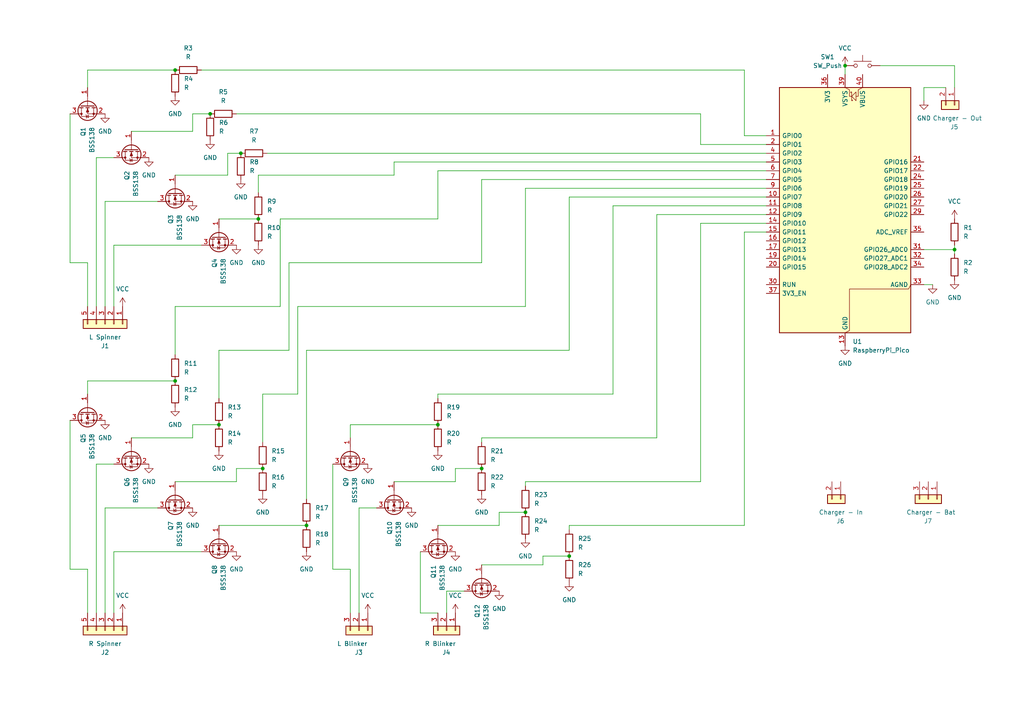
<source format=kicad_sch>
(kicad_sch (version 20230121) (generator eeschema)
  (paper "A4")
  (lib_symbols
    (symbol "Connector_Generic:Conn_01x02" (pin_names (offset 1.016) hide)
      (property "Reference" "J" (at 0 2.54 0))
      (property "Value" "Conn_01x02" (at 0 -5.08 0))
      (symbol "Conn_01x02_1_1"
        (rectangle (start -1.27 -2.413) (end 0 -2.667) (stroke (width 0.1524)))
        (rectangle (start -1.27 0.127) (end 0 -0.127) (stroke (width 0.1524)))
        (rectangle (start -1.27 1.27) (end 1.27 -3.81) (stroke (width 0.254)) (fill (type background)))
        (pin passive line (at -5.08 0 0) (length 3.81) (name "Pin_1") (number "1"))
        (pin passive line (at -5.08 -2.54 0) (length 3.81) (name "Pin_2") (number "2"))
      )
    )
    (symbol "Connector_Generic:Conn_01x03" (pin_names (offset 1.016) hide)
      (property "Reference" "J" (at 0 5.08 0))
      (property "Value" "Conn_01x03" (at 0 -5.08 0))
      (symbol "Conn_01x03_1_1"
        (rectangle (start -1.27 -2.413) (end 0 -2.667) (stroke (width 0.1524)))
        (rectangle (start -1.27 0.127) (end 0 -0.127) (stroke (width 0.1524)))
        (rectangle (start -1.27 2.667) (end 0 2.413) (stroke (width 0.1524)))
        (rectangle (start -1.27 3.81) (end 1.27 -3.81) (stroke (width 0.254)) (fill (type background)))
        (pin passive line (at -5.08 2.54 0) (length 3.81) (name "Pin_1") (number "1"))
        (pin passive line (at -5.08 0 0) (length 3.81) (name "Pin_2") (number "2"))
        (pin passive line (at -5.08 -2.54 0) (length 3.81) (name "Pin_3") (number "3"))
      )
    )
    (symbol "Connector_Generic:Conn_01x05" (pin_names (offset 1.016) hide)
      (property "Reference" "J" (at 0 7.62 0))
      (property "Value" "Conn_01x05" (at 0 -7.62 0))
      (symbol "Conn_01x05_1_1"
        (rectangle (start -1.27 -4.953) (end 0 -5.207) (stroke (width 0.1524)))
        (rectangle (start -1.27 -2.413) (end 0 -2.667) (stroke (width 0.1524)))
        (rectangle (start -1.27 0.127) (end 0 -0.127) (stroke (width 0.1524)))
        (rectangle (start -1.27 2.667) (end 0 2.413) (stroke (width 0.1524)))
        (rectangle (start -1.27 5.207) (end 0 4.953) (stroke (width 0.1524)))
        (rectangle (start -1.27 6.35) (end 1.27 -6.35) (stroke (width 0.254)) (fill (type background)))
        (pin passive line (at -5.08 5.08 0) (length 3.81) (name "Pin_1") (number "1"))
        (pin passive line (at -5.08 2.54 0) (length 3.81) (name "Pin_2") (number "2"))
        (pin passive line (at -5.08 0 0) (length 3.81) (name "Pin_3") (number "3"))
        (pin passive line (at -5.08 -2.54 0) (length 3.81) (name "Pin_4") (number "4"))
        (pin passive line (at -5.08 -5.08 0) (length 3.81) (name "Pin_5") (number "5"))
      )
    )
    (symbol "Device:R" (pin_numbers hide) (pin_names (offset 0))
      (property "Reference" "R" (at 2.032 0 90))
      (property "Value" "R" (at 0 0 90))
      (symbol "R_0_1"
        (rectangle (start -1.016 -2.54) (end 1.016 2.54) (stroke (width 0.254)))
      )
      (symbol "R_1_1"
        (pin passive line (at 0 3.81 270) (length 1.27) (name "~") (number "1"))
        (pin passive line (at 0 -3.81 90) (length 1.27) (name "~") (number "2"))
      )
    )
    (symbol "MCU_Module_RaspberryPi_Pico:RaspberryPi_Pico" (pin_names (offset 0.762))
      (property "Reference" "U" (at -19.05 38.1 0))
      (property "Value" "RaspberryPi_Pico" (at 7.62 38.1 0))
      (symbol "RaspberryPi_Pico_0_1"
        (rectangle (start -19.05 36.83) (end 19.05 -34.29) (stroke (width 0.254)) (fill (type background)))
        (polyline (pts (xy 0 36.83) (xy 1.27 36.195) (xy 1.27 34.29) (xy 1.905 34.29)))
        (polyline (pts (xy 1.905 34.29) (xy 3.175 35.56) (xy 3.175 33.02) (xy 1.905 34.29)))
        (polyline (pts (xy 5.08 36.83) (xy 3.81 36.195) (xy 3.81 34.29) (xy 3.175 34.29)))
        (polyline (pts (xy 0 -34.29) (xy 1.27 -33.655) (xy 1.27 -21.59) (xy 18.415 -21.59) (xy 19.05 -20.32)))
        (polyline (pts (xy 1.651 35.306) (xy 1.651 35.56) (xy 1.905 35.56) (xy 1.905 33.02) (xy 2.159 33.02) (xy 2.159 33.274)))
      )
      (symbol "RaspberryPi_Pico_1_1"
        (pin bidirectional line (at -22.86 22.86 0) (length 3.81) (name "GPIO0") (number "1"))
        (pin bidirectional line (at -22.86 5.08 0) (length 3.81) (name "GPIO7") (number "10"))
        (pin bidirectional line (at -22.86 2.54 0) (length 3.81) (name "GPIO8") (number "11"))
        (pin bidirectional line (at -22.86 0 0) (length 3.81) (name "GPIO9") (number "12"))
        (pin power_out line (at 0 -38.1 90) (length 3.81) (name "GND") (number "13"))
        (pin bidirectional line (at -22.86 -2.54 0) (length 3.81) (name "GPIO10") (number "14"))
        (pin bidirectional line (at -22.86 -5.08 0) (length 3.81) (name "GPIO11") (number "15"))
        (pin bidirectional line (at -22.86 -7.62 0) (length 3.81) (name "GPIO12") (number "16"))
        (pin bidirectional line (at -22.86 -10.16 0) (length 3.81) (name "GPIO13") (number "17"))
        (pin passive line (at 0 -38.1 90) (length 3.81) hide (name "GND") (number "18"))
        (pin bidirectional line (at -22.86 -12.7 0) (length 3.81) (name "GPIO14") (number "19"))
        (pin bidirectional line (at -22.86 20.32 0) (length 3.81) (name "GPIO1") (number "2"))
        (pin bidirectional line (at -22.86 -15.24 0) (length 3.81) (name "GPIO15") (number "20"))
        (pin bidirectional line (at 22.86 15.24 180) (length 3.81) (name "GPIO16") (number "21"))
        (pin bidirectional line (at 22.86 12.7 180) (length 3.81) (name "GPIO17") (number "22"))
        (pin passive line (at 0 -38.1 90) (length 3.81) hide (name "GND") (number "23"))
        (pin bidirectional line (at 22.86 10.16 180) (length 3.81) (name "GPIO18") (number "24"))
        (pin bidirectional line (at 22.86 7.62 180) (length 3.81) (name "GPIO19") (number "25"))
        (pin bidirectional line (at 22.86 5.08 180) (length 3.81) (name "GPIO20") (number "26"))
        (pin bidirectional line (at 22.86 2.54 180) (length 3.81) (name "GPIO21") (number "27"))
        (pin passive line (at 0 -38.1 90) (length 3.81) hide (name "GND") (number "28"))
        (pin bidirectional line (at 22.86 0 180) (length 3.81) (name "GPIO22") (number "29"))
        (pin passive line (at 0 -38.1 90) (length 3.81) hide (name "GND") (number "3"))
        (pin input line (at -22.86 -20.32 0) (length 3.81) (name "RUN") (number "30"))
        (pin bidirectional line (at 22.86 -10.16 180) (length 3.81) (name "GPIO26_ADC0") (number "31"))
        (pin bidirectional line (at 22.86 -12.7 180) (length 3.81) (name "GPIO27_ADC1") (number "32"))
        (pin power_in line (at 22.86 -20.32 180) (length 3.81) (name "AGND") (number "33"))
        (pin bidirectional line (at 22.86 -15.24 180) (length 3.81) (name "GPIO28_ADC2") (number "34"))
        (pin power_in line (at 22.86 -5.08 180) (length 3.81) (name "ADC_VREF") (number "35"))
        (pin power_out line (at -5.08 40.64 270) (length 3.81) (name "3V3") (number "36"))
        (pin input line (at -22.86 -22.86 0) (length 3.81) (name "3V3_EN") (number "37"))
        (pin passive line (at 0 -38.1 90) (length 3.81) hide (name "GND") (number "38"))
        (pin power_in line (at 0 40.64 270) (length 3.81) (name "VSYS") (number "39"))
        (pin bidirectional line (at -22.86 17.78 0) (length 3.81) (name "GPIO2") (number "4"))
        (pin power_out line (at 5.08 40.64 270) (length 3.81) (name "VBUS") (number "40"))
        (pin bidirectional line (at -22.86 15.24 0) (length 3.81) (name "GPIO3") (number "5"))
        (pin bidirectional line (at -22.86 12.7 0) (length 3.81) (name "GPIO4") (number "6"))
        (pin bidirectional line (at -22.86 10.16 0) (length 3.81) (name "GPIO5") (number "7"))
        (pin passive line (at 0 -38.1 90) (length 3.81) hide (name "GND") (number "8"))
        (pin bidirectional line (at -22.86 7.62 0) (length 3.81) (name "GPIO6") (number "9"))
      )
    )
    (symbol "Switch:SW_Push" (pin_numbers hide) (pin_names (offset 1.016) hide)
      (property "Reference" "SW" (at 1.27 2.54 0))
      (property "Value" "SW_Push" (at 0 -1.524 0))
      (symbol "SW_Push_0_1"
        (circle (center -2.032 0) (radius 0.508))
        (polyline (pts (xy 0 1.27) (xy 0 3.048)))
        (polyline (pts (xy 2.54 1.27) (xy -2.54 1.27)))
        (circle (center 2.032 0) (radius 0.508))
        (pin passive line (at -5.08 0 0) (length 2.54) (name "1") (number "1"))
        (pin passive line (at 5.08 0 180) (length 2.54) (name "2") (number "2"))
      )
    )
    (symbol "Transistor_FET:BSS138" (pin_names hide)
      (property "Reference" "Q" (at 5.08 1.905 0))
      (property "Value" "BSS138" (at 5.08 0 0))
      (symbol "BSS138_0_1"
        (polyline (pts (xy 0.254 0) (xy -2.54 0)))
        (polyline (pts (xy 0.254 1.905) (xy 0.254 -1.905)) (stroke (width 0.254)))
        (polyline (pts (xy 0.762 -1.27) (xy 0.762 -2.286)) (stroke (width 0.254)))
        (polyline (pts (xy 0.762 0.508) (xy 0.762 -0.508)) (stroke (width 0.254)))
        (polyline (pts (xy 0.762 2.286) (xy 0.762 1.27)) (stroke (width 0.254)))
        (polyline (pts (xy 2.54 2.54) (xy 2.54 1.778)))
        (polyline (pts (xy 2.54 -2.54) (xy 2.54 0) (xy 0.762 0)))
        (polyline (pts (xy 0.762 -1.778) (xy 3.302 -1.778) (xy 3.302 1.778) (xy 0.762 1.778)))
        (polyline (pts (xy 1.016 0) (xy 2.032 0.381) (xy 2.032 -0.381) (xy 1.016 0)) (fill (type outline)))
        (polyline (pts (xy 2.794 0.508) (xy 2.921 0.381) (xy 3.683 0.381) (xy 3.81 0.254)))
        (polyline (pts (xy 3.302 0.381) (xy 2.921 -0.254) (xy 3.683 -0.254) (xy 3.302 0.381)))
        (circle (center 1.651 0) (radius 2.794) (stroke (width 0.254)))
        (circle (center 2.54 -1.778) (radius 0.254) (fill (type outline)))
        (circle (center 2.54 1.778) (radius 0.254) (fill (type outline)))
      )
      (symbol "BSS138_1_1"
        (pin input line (at -5.08 0 0) (length 2.54) (name "G") (number "1"))
        (pin passive line (at 2.54 -5.08 90) (length 2.54) (name "S") (number "2"))
        (pin passive line (at 2.54 5.08 270) (length 2.54) (name "D") (number "3"))
      )
    )
    (symbol "power:GND" (power) (pin_names (offset 0))
      (property "Value" "GND" (at 0 -3.81 0))
      (symbol "GND_0_1"
        (polyline (pts (xy 0 0) (xy 0 -1.27) (xy 1.27 -1.27) (xy 0 -2.54) (xy -1.27 -1.27) (xy 0 -1.27)))
      )
      (symbol "GND_1_1"
        (pin power_in line (at 0 0 270) (length 0) hide (name "GND") (number "1"))
      )
    )
    (symbol "power:VCC" (power) (pin_names (offset 0))
      (property "Value" "VCC" (at 0 3.81 0))
      (symbol "VCC_0_1"
        (polyline (pts (xy -0.762 1.27) (xy 0 2.54)))
        (polyline (pts (xy 0 0) (xy 0 2.54)))
        (polyline (pts (xy 0 2.54) (xy 0.762 1.27)))
      )
      (symbol "VCC_1_1"
        (pin power_in line (at 0 0 90) (length 0) hide (name "VCC") (number "1"))
      )
    )
  )
  (junction (at 88.9 152.4))
  (junction (at 276.86 72.39))
  (junction (at 245.11 19.05))
  (junction (at 165.1 161.29))
  (junction (at 60.96 33.02))
  (junction (at 69.85 44.45))
  (junction (at 127 123.19))
  (junction (at 139.7 135.89))
  (junction (at 74.93 63.5))
  (junction (at 76.2 135.89))
  (junction (at 152.4 148.59))
  (junction (at 50.8 110.49))
  (junction (at 63.5 123.19))
  (junction (at 50.8 20.32))
  (wire (pts (xy 63.5 152.4) (xy 88.9 152.4)))
  (wire (pts (xy 139.7 52.07) (xy 222.25 52.07)))
  (wire (pts (xy 33.02 71.12) (xy 33.02 88.9)))
  (wire (pts (xy 81.28 63.5) (xy 127 63.5)))
  (wire (pts (xy 144.78 148.59) (xy 144.78 152.4)))
  (wire (pts (xy 88.9 101.6) (xy 88.9 144.78)))
  (wire (pts (xy 77.47 44.45) (xy 222.25 44.45)))
  (wire (pts (xy 69.85 44.45) (xy 66.04 44.45)))
  (wire (pts (xy 86.36 114.3) (xy 76.2 114.3)))
  (wire (pts (xy 276.86 25.4) (xy 276.86 19.05)))
  (wire (pts (xy 101.6 123.19) (xy 127 123.19)))
  (wire (pts (xy 245.11 19.05) (xy 245.11 21.59)))
  (wire (pts (xy 114.3 46.99) (xy 222.25 46.99)))
  (wire (pts (xy 139.7 135.89) (xy 132.08 135.89)))
  (wire (pts (xy 152.4 139.7) (xy 152.4 140.97)))
  (wire (pts (xy 63.5 101.6) (xy 63.5 115.57)))
  (wire (pts (xy 109.22 147.32) (xy 104.14 147.32)))
  (wire (pts (xy 81.28 63.5) (xy 81.28 88.9)))
  (wire (pts (xy 27.94 45.72) (xy 27.94 88.9)))
  (wire (pts (xy 165.1 152.4) (xy 215.9 152.4)))
  (wire (pts (xy 165.1 57.15) (xy 165.1 101.6)))
  (wire (pts (xy 83.82 76.2) (xy 139.7 76.2)))
  (wire (pts (xy 74.93 50.8) (xy 114.3 50.8)))
  (wire (pts (xy 20.32 76.2) (xy 25.4 76.2)))
  (wire (pts (xy 30.48 58.42) (xy 30.48 88.9)))
  (wire (pts (xy 190.5 62.23) (xy 222.25 62.23)))
  (wire (pts (xy 215.9 67.31) (xy 222.25 67.31)))
  (wire (pts (xy 121.92 177.8) (xy 127 177.8)))
  (wire (pts (xy 38.1 127) (xy 55.88 127)))
  (wire (pts (xy 127 49.53) (xy 127 63.5)))
  (wire (pts (xy 68.58 33.02) (xy 203.2 33.02)))
  (wire (pts (xy 127 114.3) (xy 127 115.57)))
  (wire (pts (xy 58.42 160.02) (xy 33.02 160.02)))
  (wire (pts (xy 215.9 67.31) (xy 215.9 152.4)))
  (wire (pts (xy 83.82 101.6) (xy 63.5 101.6)))
  (wire (pts (xy 222.25 64.77) (xy 203.2 64.77)))
  (wire (pts (xy 157.48 161.29) (xy 157.48 163.83)))
  (wire (pts (xy 267.97 72.39) (xy 276.86 72.39)))
  (wire (pts (xy 267.97 29.21) (xy 267.97 25.4)))
  (wire (pts (xy 66.04 44.45) (xy 66.04 50.8)))
  (wire (pts (xy 50.8 88.9) (xy 50.8 102.87)))
  (wire (pts (xy 132.08 135.89) (xy 132.08 139.7)))
  (wire (pts (xy 203.2 41.91) (xy 222.25 41.91)))
  (wire (pts (xy 270.51 82.55) (xy 267.97 82.55)))
  (wire (pts (xy 81.28 88.9) (xy 50.8 88.9)))
  (wire (pts (xy 139.7 127) (xy 190.5 127)))
  (wire (pts (xy 165.1 161.29) (xy 157.48 161.29)))
  (wire (pts (xy 68.58 135.89) (xy 68.58 139.7)))
  (wire (pts (xy 25.4 20.32) (xy 50.8 20.32)))
  (wire (pts (xy 45.72 147.32) (xy 30.48 147.32)))
  (wire (pts (xy 33.02 160.02) (xy 33.02 177.8)))
  (wire (pts (xy 25.4 110.49) (xy 50.8 110.49)))
  (wire (pts (xy 134.62 171.45) (xy 129.54 171.45)))
  (wire (pts (xy 50.8 50.8) (xy 66.04 50.8)))
  (wire (pts (xy 127 49.53) (xy 222.25 49.53)))
  (wire (pts (xy 63.5 63.5) (xy 74.93 63.5)))
  (wire (pts (xy 58.42 71.12) (xy 33.02 71.12)))
  (wire (pts (xy 190.5 62.23) (xy 190.5 127)))
  (wire (pts (xy 152.4 54.61) (xy 222.25 54.61)))
  (wire (pts (xy 139.7 52.07) (xy 139.7 76.2)))
  (wire (pts (xy 76.2 135.89) (xy 68.58 135.89)))
  (wire (pts (xy 203.2 64.77) (xy 203.2 139.7)))
  (wire (pts (xy 177.8 59.69) (xy 177.8 114.3)))
  (wire (pts (xy 177.8 59.69) (xy 222.25 59.69)))
  (wire (pts (xy 101.6 123.19) (xy 101.6 127)))
  (wire (pts (xy 276.86 72.39) (xy 276.86 71.12)))
  (wire (pts (xy 25.4 20.32) (xy 25.4 25.4)))
  (wire (pts (xy 114.3 50.8) (xy 114.3 46.99)))
  (wire (pts (xy 20.32 165.1) (xy 25.4 165.1)))
  (wire (pts (xy 276.86 19.05) (xy 255.27 19.05)))
  (wire (pts (xy 165.1 101.6) (xy 88.9 101.6)))
  (wire (pts (xy 55.88 33.02) (xy 55.88 38.1)))
  (wire (pts (xy 45.72 58.42) (xy 30.48 58.42)))
  (wire (pts (xy 104.14 147.32) (xy 104.14 177.8)))
  (wire (pts (xy 74.93 55.88) (xy 74.93 50.8)))
  (wire (pts (xy 55.88 123.19) (xy 55.88 127)))
  (wire (pts (xy 139.7 127) (xy 139.7 128.27)))
  (wire (pts (xy 96.52 134.62) (xy 96.52 165.1)))
  (wire (pts (xy 203.2 33.02) (xy 203.2 41.91)))
  (wire (pts (xy 101.6 165.1) (xy 101.6 177.8)))
  (wire (pts (xy 215.9 39.37) (xy 215.9 20.32)))
  (wire (pts (xy 30.48 147.32) (xy 30.48 177.8)))
  (wire (pts (xy 76.2 114.3) (xy 76.2 128.27)))
  (wire (pts (xy 96.52 165.1) (xy 101.6 165.1)))
  (wire (pts (xy 20.32 121.92) (xy 20.32 165.1)))
  (wire (pts (xy 25.4 76.2) (xy 25.4 88.9)))
  (wire (pts (xy 165.1 152.4) (xy 165.1 153.67)))
  (wire (pts (xy 25.4 110.49) (xy 25.4 114.3)))
  (wire (pts (xy 276.86 73.66) (xy 276.86 72.39)))
  (wire (pts (xy 139.7 163.83) (xy 157.48 163.83)))
  (wire (pts (xy 60.96 33.02) (xy 55.88 33.02)))
  (wire (pts (xy 121.92 160.02) (xy 121.92 177.8)))
  (wire (pts (xy 267.97 25.4) (xy 274.32 25.4)))
  (wire (pts (xy 127 152.4) (xy 144.78 152.4)))
  (wire (pts (xy 86.36 88.9) (xy 152.4 88.9)))
  (wire (pts (xy 25.4 165.1) (xy 25.4 177.8)))
  (wire (pts (xy 20.32 33.02) (xy 20.32 76.2)))
  (wire (pts (xy 27.94 134.62) (xy 27.94 177.8)))
  (wire (pts (xy 152.4 54.61) (xy 152.4 88.9)))
  (wire (pts (xy 38.1 38.1) (xy 55.88 38.1)))
  (wire (pts (xy 152.4 148.59) (xy 144.78 148.59)))
  (wire (pts (xy 129.54 171.45) (xy 129.54 177.8)))
  (wire (pts (xy 58.42 20.32) (xy 215.9 20.32)))
  (wire (pts (xy 177.8 114.3) (xy 127 114.3)))
  (wire (pts (xy 114.3 139.7) (xy 132.08 139.7)))
  (wire (pts (xy 203.2 139.7) (xy 152.4 139.7)))
  (wire (pts (xy 63.5 123.19) (xy 55.88 123.19)))
  (wire (pts (xy 86.36 114.3) (xy 86.36 88.9)))
  (wire (pts (xy 33.02 45.72) (xy 27.94 45.72)))
  (wire (pts (xy 83.82 101.6) (xy 83.82 76.2)))
  (wire (pts (xy 33.02 134.62) (xy 27.94 134.62)))
  (wire (pts (xy 215.9 39.37) (xy 222.25 39.37)))
  (wire (pts (xy 165.1 57.15) (xy 222.25 57.15)))
  (wire (pts (xy 50.8 139.7) (xy 68.58 139.7)))
  (symbol (lib_id "Connector_Generic:Conn_01x05") (at 30.48 182.88 270) (unit 1)
    (property "Reference" "J2" (at 30.48 189.23 90))
    (property "Value" "R Spinner" (at 30.48 186.69 90))
    (property "Footprint" "Connector_Molex:Molex_PicoBlade_53047-0510_1x05_P1.25mm_Vertical" (effects hide))
  )
  (symbol (lib_id "power:GND") (at 76.2 143.51 0) (unit 1)
    (property "Reference" "#PWR029" (effects hide))
    (property "Value" "GND" (at 76.2 148.59 0))
  )
  (symbol (lib_id "power:GND") (at 106.68 134.62 0) (unit 1)
    (property "Reference" "#PWR09" (effects hide))
    (property "Value" "GND" (at 106.68 139.7 0))
  )
  (symbol (lib_id "MCU_Module_RaspberryPi_Pico:RaspberryPi_Pico") (at 245.11 62.23 0) (unit 1)
    (property "Reference" "U1" (at 247.3041 99.06 0) (effects (justify left)))
    (property "Value" "RaspberryPi_Pico" (at 247.3041 101.6 0) (effects (justify left)))
    (property "Footprint" "Module_RaspberryPi_Pico:RaspberryPi_Pico_Common" (effects hide))
    (property "Datasheet" "https://datasheets.raspberrypi.com/pico/pico-datasheet.pdf" (effects hide))
  )
  (symbol (lib_id "Device:R") (at 54.61 20.32 90) (unit 1)
    (property "Reference" "R3" (at 54.61 13.97 90))
    (property "Value" "R" (at 54.61 16.51 90))
    (property "Footprint" "Resistor_SMD:R_1206_3216Metric" (effects hide))
  )
  (symbol (lib_id "Device:R") (at 88.9 156.21 180) (unit 1)
    (property "Reference" "R18" (at 91.44 154.94 0) (effects (justify right)))
    (property "Value" "R" (at 91.44 157.48 0) (effects (justify right)))
    (property "Footprint" "Resistor_SMD:R_1206_3216Metric" (effects hide))
  )
  (symbol (lib_id "Transistor_FET:BSS138") (at 63.5 68.58 90) (mirror x) (unit 1)
    (property "Reference" "Q4" (at 62.23 74.93 0) (effects (justify left)))
    (property "Value" "BSS138" (at 64.77 74.93 0) (effects (justify left)))
    (property "Footprint" "Package_TO_SOT_SMD:SOT-23" (effects hide))
    (property "Datasheet" "https://www.onsemi.com/pub/Collateral/BSS138-D.PDF" (effects hide))
  )
  (symbol (lib_id "Device:R") (at 152.4 152.4 180) (unit 1)
    (property "Reference" "R24" (at 154.94 151.13 0) (effects (justify right)))
    (property "Value" "R" (at 154.94 153.67 0) (effects (justify right)))
    (property "Footprint" "Resistor_SMD:R_1206_3216Metric" (effects hide))
  )
  (symbol (lib_id "Connector_Generic:Conn_01x02") (at 276.86 30.48 270) (unit 1)
    (property "Reference" "J5" (at 275.59 36.83 90) (effects (justify left)))
    (property "Value" "Charger - Out" (at 270.51 34.29 90) (effects (justify left)))
    (property "Footprint" "Connector_PinHeader_2.54mm:PinHeader_1x02_P2.54mm_Vertical" (effects hide))
  )
  (symbol (lib_id "Transistor_FET:BSS138") (at 25.4 119.38 90) (mirror x) (unit 1)
    (property "Reference" "Q5" (at 24.13 125.73 0) (effects (justify left)))
    (property "Value" "BSS138" (at 26.67 125.73 0) (effects (justify left)))
    (property "Footprint" "Package_TO_SOT_SMD:SOT-23" (effects hide))
    (property "Datasheet" "https://www.onsemi.com/pub/Collateral/BSS138-D.PDF" (effects hide))
  )
  (symbol (lib_id "Device:R") (at 76.2 139.7 180) (unit 1)
    (property "Reference" "R16" (at 78.74 138.43 0) (effects (justify right)))
    (property "Value" "R" (at 78.74 140.97 0) (effects (justify right)))
    (property "Footprint" "Resistor_SMD:R_1206_3216Metric" (effects hide))
  )
  (symbol (lib_id "Transistor_FET:BSS138") (at 38.1 43.18 90) (mirror x) (unit 1)
    (property "Reference" "Q2" (at 36.83 49.53 0) (effects (justify left)))
    (property "Value" "BSS138" (at 39.37 49.53 0) (effects (justify left)))
    (property "Footprint" "Package_TO_SOT_SMD:SOT-23" (effects hide))
    (property "Datasheet" "https://www.onsemi.com/pub/Collateral/BSS138-D.PDF" (effects hide))
  )
  (symbol (lib_id "power:GND") (at 50.8 118.11 0) (unit 1)
    (property "Reference" "#PWR027" (effects hide))
    (property "Value" "GND" (at 50.8 123.19 0))
  )
  (symbol (lib_id "Device:R") (at 50.8 24.13 180) (unit 1)
    (property "Reference" "R4" (at 53.34 22.86 0) (effects (justify right)))
    (property "Value" "R" (at 53.34 25.4 0) (effects (justify right)))
    (property "Footprint" "Resistor_SMD:R_1206_3216Metric" (effects hide))
  )
  (symbol (lib_id "Transistor_FET:BSS138") (at 139.7 168.91 90) (mirror x) (unit 1)
    (property "Reference" "Q12" (at 138.43 175.26 0) (effects (justify left)))
    (property "Value" "BSS138" (at 140.97 175.26 0) (effects (justify left)))
    (property "Footprint" "Package_TO_SOT_SMD:SOT-23" (effects hide))
    (property "Datasheet" "https://www.onsemi.com/pub/Collateral/BSS138-D.PDF" (effects hide))
  )
  (symbol (lib_id "Transistor_FET:BSS138") (at 25.4 30.48 90) (mirror x) (unit 1)
    (property "Reference" "Q1" (at 24.13 36.83 0) (effects (justify left)))
    (property "Value" "BSS138" (at 26.67 36.83 0) (effects (justify left)))
    (property "Footprint" "Package_TO_SOT_SMD:SOT-23" (effects hide))
    (property "Datasheet" "https://www.onsemi.com/pub/Collateral/BSS138-D.PDF" (effects hide))
  )
  (symbol (lib_id "Connector_Generic:Conn_01x03") (at 104.14 182.88 270) (unit 1)
    (property "Reference" "J3" (at 102.87 189.23 90) (effects (justify left)))
    (property "Value" "L Blinker" (at 97.79 186.69 90) (effects (justify left)))
    (property "Footprint" "Connector_Molex:Molex_PicoBlade_53047-0310_1x03_P1.25mm_Vertical" (effects hide))
  )
  (symbol (lib_id "power:VCC") (at 276.86 63.5 0) (unit 1)
    (property "Reference" "#PWR022" (effects hide))
    (property "Value" "VCC" (at 276.86 58.42 0))
  )
  (symbol (lib_id "Device:R") (at 165.1 165.1 180) (unit 1)
    (property "Reference" "R26" (at 167.64 163.83 0) (effects (justify right)))
    (property "Value" "R" (at 167.64 166.37 0) (effects (justify right)))
    (property "Footprint" "Resistor_SMD:R_1206_3216Metric" (effects hide))
  )
  (symbol (lib_id "Device:R") (at 88.9 148.59 180) (unit 1)
    (property "Reference" "R17" (at 91.44 147.32 0) (effects (justify right)))
    (property "Value" "R" (at 91.44 149.86 0) (effects (justify right)))
    (property "Footprint" "Resistor_SMD:R_1206_3216Metric" (effects hide))
  )
  (symbol (lib_id "power:GND") (at 30.48 33.02 0) (unit 1)
    (property "Reference" "#PWR01" (effects hide))
    (property "Value" "GND" (at 30.48 38.1 0))
  )
  (symbol (lib_id "power:GND") (at 144.78 171.45 0) (unit 1)
    (property "Reference" "#PWR012" (effects hide))
    (property "Value" "GND" (at 144.78 176.53 0))
  )
  (symbol (lib_id "Device:R") (at 74.93 59.69 180) (unit 1)
    (property "Reference" "R9" (at 77.47 58.42 0) (effects (justify right)))
    (property "Value" "R" (at 77.47 60.96 0) (effects (justify right)))
    (property "Footprint" "Resistor_SMD:R_1206_3216Metric" (effects hide))
  )
  (symbol (lib_id "power:GND") (at 74.93 71.12 0) (unit 1)
    (property "Reference" "#PWR026" (effects hide))
    (property "Value" "GND" (at 74.93 76.2 0))
  )
  (symbol (lib_id "Transistor_FET:BSS138") (at 38.1 132.08 90) (mirror x) (unit 1)
    (property "Reference" "Q6" (at 36.83 138.43 0) (effects (justify left)))
    (property "Value" "BSS138" (at 39.37 138.43 0) (effects (justify left)))
    (property "Footprint" "Package_TO_SOT_SMD:SOT-23" (effects hide))
    (property "Datasheet" "https://www.onsemi.com/pub/Collateral/BSS138-D.PDF" (effects hide))
  )
  (symbol (lib_id "power:GND") (at 43.18 134.62 0) (unit 1)
    (property "Reference" "#PWR06" (effects hide))
    (property "Value" "GND" (at 43.18 139.7 0))
  )
  (symbol (lib_id "power:GND") (at 139.7 143.51 0) (unit 1)
    (property "Reference" "#PWR032" (effects hide))
    (property "Value" "GND" (at 139.7 148.59 0))
  )
  (symbol (lib_id "power:GND") (at 132.08 160.02 0) (unit 1)
    (property "Reference" "#PWR011" (effects hide))
    (property "Value" "GND" (at 132.08 165.1 0))
  )
  (symbol (lib_id "Transistor_FET:BSS138") (at 63.5 157.48 90) (mirror x) (unit 1)
    (property "Reference" "Q8" (at 62.23 163.83 0) (effects (justify left)))
    (property "Value" "BSS138" (at 64.77 163.83 0) (effects (justify left)))
    (property "Footprint" "Package_TO_SOT_SMD:SOT-23" (effects hide))
    (property "Datasheet" "https://www.onsemi.com/pub/Collateral/BSS138-D.PDF" (effects hide))
  )
  (symbol (lib_id "power:GND") (at 60.96 40.64 0) (unit 1)
    (property "Reference" "#PWR024" (effects hide))
    (property "Value" "GND" (at 60.96 45.72 0))
  )
  (symbol (lib_id "Device:R") (at 64.77 33.02 90) (unit 1)
    (property "Reference" "R5" (at 64.77 26.67 90))
    (property "Value" "R" (at 64.77 29.21 90))
    (property "Footprint" "Resistor_SMD:R_1206_3216Metric" (effects hide))
  )
  (symbol (lib_id "power:GND") (at 127 130.81 0) (unit 1)
    (property "Reference" "#PWR031" (effects hide))
    (property "Value" "GND" (at 127 135.89 0))
  )
  (symbol (lib_id "Transistor_FET:BSS138") (at 127 157.48 90) (mirror x) (unit 1)
    (property "Reference" "Q11" (at 125.73 163.83 0) (effects (justify left)))
    (property "Value" "BSS138" (at 128.27 163.83 0) (effects (justify left)))
    (property "Footprint" "Package_TO_SOT_SMD:SOT-23" (effects hide))
    (property "Datasheet" "https://www.onsemi.com/pub/Collateral/BSS138-D.PDF" (effects hide))
  )
  (symbol (lib_id "power:VCC") (at 245.11 19.05 0) (unit 1)
    (property "Reference" "#PWR019" (effects hide))
    (property "Value" "VCC" (at 245.11 13.97 0))
  )
  (symbol (lib_id "Transistor_FET:BSS138") (at 101.6 132.08 90) (mirror x) (unit 1)
    (property "Reference" "Q9" (at 100.33 138.43 0) (effects (justify left)))
    (property "Value" "BSS138" (at 102.87 138.43 0) (effects (justify left)))
    (property "Footprint" "Package_TO_SOT_SMD:SOT-23" (effects hide))
    (property "Datasheet" "https://www.onsemi.com/pub/Collateral/BSS138-D.PDF" (effects hide))
  )
  (symbol (lib_id "power:GND") (at 245.11 100.33 0) (unit 1)
    (property "Reference" "#PWR020" (effects hide))
    (property "Value" "GND" (at 245.11 105.41 0))
  )
  (symbol (lib_id "Device:R") (at 74.93 67.31 180) (unit 1)
    (property "Reference" "R10" (at 77.47 66.04 0) (effects (justify right)))
    (property "Value" "R" (at 77.47 68.58 0) (effects (justify right)))
    (property "Footprint" "Resistor_SMD:R_1206_3216Metric" (effects hide))
  )
  (symbol (lib_id "power:VCC") (at 106.68 177.8 0) (unit 1)
    (property "Reference" "#PWR015" (effects hide))
    (property "Value" "VCC" (at 106.68 172.72 0))
  )
  (symbol (lib_id "Device:R") (at 127 119.38 180) (unit 1)
    (property "Reference" "R19" (at 129.54 118.11 0) (effects (justify right)))
    (property "Value" "R" (at 129.54 120.65 0) (effects (justify right)))
    (property "Footprint" "Resistor_SMD:R_1206_3216Metric" (effects hide))
  )
  (symbol (lib_id "power:GND") (at 69.85 52.07 0) (unit 1)
    (property "Reference" "#PWR025" (effects hide))
    (property "Value" "GND" (at 69.85 57.15 0))
  )
  (symbol (lib_id "Connector_Generic:Conn_01x03") (at 129.54 182.88 270) (unit 1)
    (property "Reference" "J4" (at 128.27 189.23 90) (effects (justify left)))
    (property "Value" "R Blinker" (at 123.19 186.69 90) (effects (justify left)))
    (property "Footprint" "Connector_Molex:Molex_PicoBlade_53047-0310_1x03_P1.25mm_Vertical" (effects hide))
  )
  (symbol (lib_id "Device:R") (at 69.85 48.26 180) (unit 1)
    (property "Reference" "R8" (at 72.39 46.99 0) (effects (justify right)))
    (property "Value" "R" (at 72.39 49.53 0) (effects (justify right)))
    (property "Footprint" "Resistor_SMD:R_1206_3216Metric" (effects hide))
  )
  (symbol (lib_id "power:GND") (at 270.51 82.55 0) (unit 1)
    (property "Reference" "#PWR021" (effects hide))
    (property "Value" "GND" (at 270.51 87.63 0))
  )
  (symbol (lib_id "Connector_Generic:Conn_01x02") (at 243.84 144.78 270) (unit 1)
    (property "Reference" "J6" (at 242.57 151.13 90) (effects (justify left)))
    (property "Value" "Charger - In" (at 237.49 148.59 90) (effects (justify left)))
    (property "Footprint" "Connector_PinHeader_2.54mm:PinHeader_1x02_P2.54mm_Vertical" (effects hide))
  )
  (symbol (lib_id "power:GND") (at 30.48 121.92 0) (unit 1)
    (property "Reference" "#PWR05" (effects hide))
    (property "Value" "GND" (at 30.48 127 0))
  )
  (symbol (lib_id "power:GND") (at 88.9 160.02 0) (unit 1)
    (property "Reference" "#PWR030" (effects hide))
    (property "Value" "GND" (at 88.9 165.1 0))
  )
  (symbol (lib_id "power:VCC") (at 35.56 177.8 0) (unit 1)
    (property "Reference" "#PWR014" (effects hide))
    (property "Value" "VCC" (at 35.56 172.72 0))
  )
  (symbol (lib_id "power:VCC") (at 132.08 177.8 0) (unit 1)
    (property "Reference" "#PWR016" (effects hide))
    (property "Value" "VCC" (at 132.08 172.72 0))
  )
  (symbol (lib_id "power:GND") (at 55.88 147.32 0) (unit 1)
    (property "Reference" "#PWR07" (effects hide))
    (property "Value" "GND" (at 55.88 152.4 0))
  )
  (symbol (lib_id "Transistor_FET:BSS138") (at 114.3 144.78 90) (mirror x) (unit 1)
    (property "Reference" "Q10" (at 113.03 151.13 0) (effects (justify left)))
    (property "Value" "BSS138" (at 115.57 151.13 0) (effects (justify left)))
    (property "Footprint" "Package_TO_SOT_SMD:SOT-23" (effects hide))
    (property "Datasheet" "https://www.onsemi.com/pub/Collateral/BSS138-D.PDF" (effects hide))
  )
  (symbol (lib_id "power:GND") (at 55.88 58.42 0) (unit 1)
    (property "Reference" "#PWR03" (effects hide))
    (property "Value" "GND" (at 55.88 63.5 0))
  )
  (symbol (lib_id "Device:R") (at 139.7 139.7 180) (unit 1)
    (property "Reference" "R22" (at 142.24 138.43 0) (effects (justify right)))
    (property "Value" "R" (at 142.24 140.97 0) (effects (justify right)))
    (property "Footprint" "Resistor_SMD:R_1206_3216Metric" (effects hide))
  )
  (symbol (lib_id "Connector_Generic:Conn_01x05") (at 30.48 93.98 270) (unit 1)
    (property "Reference" "J1" (at 30.48 100.33 90))
    (property "Value" "L Spinner" (at 30.48 97.79 90))
    (property "Footprint" "Connector_Molex:Molex_PicoBlade_53047-0510_1x05_P1.25mm_Vertical" (effects hide))
  )
  (symbol (lib_id "power:GND") (at 43.18 45.72 0) (unit 1)
    (property "Reference" "#PWR02" (effects hide))
    (property "Value" "GND" (at 43.18 50.8 0))
  )
  (symbol (lib_id "Device:R") (at 63.5 119.38 180) (unit 1)
    (property "Reference" "R13" (at 66.04 118.11 0) (effects (justify right)))
    (property "Value" "R" (at 66.04 120.65 0) (effects (justify right)))
    (property "Footprint" "Resistor_SMD:R_1206_3216Metric" (effects hide))
  )
  (symbol (lib_id "Device:R") (at 165.1 157.48 180) (unit 1)
    (property "Reference" "R25" (at 167.64 156.21 0) (effects (justify right)))
    (property "Value" "R" (at 167.64 158.75 0) (effects (justify right)))
    (property "Footprint" "Resistor_SMD:R_1206_3216Metric" (effects hide))
  )
  (symbol (lib_id "power:GND") (at 152.4 156.21 0) (unit 1)
    (property "Reference" "#PWR033" (effects hide))
    (property "Value" "GND" (at 152.4 161.29 0))
  )
  (symbol (lib_id "Connector_Generic:Conn_01x03") (at 269.24 144.78 270) (unit 1)
    (property "Reference" "J7" (at 267.97 151.13 90) (effects (justify left)))
    (property "Value" "Charger - Bat" (at 262.89 148.59 90) (effects (justify left)))
    (property "Footprint" "Connector_PinHeader_2.54mm:PinHeader_1x03_P2.54mm_Vertical" (effects hide))
  )
  (symbol (lib_id "Transistor_FET:BSS138") (at 50.8 144.78 90) (mirror x) (unit 1)
    (property "Reference" "Q7" (at 49.53 151.13 0) (effects (justify left)))
    (property "Value" "BSS138" (at 52.07 151.13 0) (effects (justify left)))
    (property "Footprint" "Package_TO_SOT_SMD:SOT-23" (effects hide))
    (property "Datasheet" "https://www.onsemi.com/pub/Collateral/BSS138-D.PDF" (effects hide))
  )
  (symbol (lib_id "power:GND") (at 68.58 160.02 0) (unit 1)
    (property "Reference" "#PWR08" (effects hide))
    (property "Value" "GND" (at 68.58 165.1 0))
  )
  (symbol (lib_id "Device:R") (at 50.8 114.3 180) (unit 1)
    (property "Reference" "R12" (at 53.34 113.03 0) (effects (justify right)))
    (property "Value" "R" (at 53.34 115.57 0) (effects (justify right)))
    (property "Footprint" "Resistor_SMD:R_1206_3216Metric" (effects hide))
  )
  (symbol (lib_id "power:GND") (at 267.97 29.21 0) (unit 1)
    (property "Reference" "#PWR017" (effects hide))
    (property "Value" "GND" (at 267.97 34.29 0))
  )
  (symbol (lib_id "Device:R") (at 63.5 127 180) (unit 1)
    (property "Reference" "R14" (at 66.04 125.73 0) (effects (justify right)))
    (property "Value" "R" (at 66.04 128.27 0) (effects (justify right)))
    (property "Footprint" "Resistor_SMD:R_1206_3216Metric" (effects hide))
  )
  (symbol (lib_id "Device:R") (at 127 127 180) (unit 1)
    (property "Reference" "R20" (at 129.54 125.73 0) (effects (justify right)))
    (property "Value" "R" (at 129.54 128.27 0) (effects (justify right)))
    (property "Footprint" "Resistor_SMD:R_1206_3216Metric" (effects hide))
  )
  (symbol (lib_id "Device:R") (at 276.86 77.47 180) (unit 1)
    (property "Reference" "R2" (at 279.4 76.2 0) (effects (justify right)))
    (property "Value" "R" (at 279.4 78.74 0) (effects (justify right)))
    (property "Footprint" "Resistor_SMD:R_1206_3216Metric" (effects hide))
  )
  (symbol (lib_id "power:GND") (at 63.5 130.81 0) (unit 1)
    (property "Reference" "#PWR028" (effects hide))
    (property "Value" "GND" (at 63.5 135.89 0))
  )
  (symbol (lib_id "Device:R") (at 76.2 132.08 180) (unit 1)
    (property "Reference" "R15" (at 78.74 130.81 0) (effects (justify right)))
    (property "Value" "R" (at 78.74 133.35 0) (effects (justify right)))
    (property "Footprint" "Resistor_SMD:R_1206_3216Metric" (effects hide))
  )
  (symbol (lib_id "power:GND") (at 276.86 81.28 0) (unit 1)
    (property "Reference" "#PWR023" (effects hide))
    (property "Value" "GND" (at 276.86 86.36 0))
  )
  (symbol (lib_id "Device:R") (at 50.8 106.68 180) (unit 1)
    (property "Reference" "R11" (at 53.34 105.41 0) (effects (justify right)))
    (property "Value" "R" (at 53.34 107.95 0) (effects (justify right)))
    (property "Footprint" "Resistor_SMD:R_1206_3216Metric" (effects hide))
  )
  (symbol (lib_id "Device:R") (at 60.96 36.83 180) (unit 1)
    (property "Reference" "R6" (at 63.5 35.56 0) (effects (justify right)))
    (property "Value" "R" (at 63.5 38.1 0) (effects (justify right)))
    (property "Footprint" "Resistor_SMD:R_1206_3216Metric" (effects hide))
  )
  (symbol (lib_id "Device:R") (at 276.86 67.31 180) (unit 1)
    (property "Reference" "R1" (at 279.4 66.04 0) (effects (justify right)))
    (property "Value" "R" (at 279.4 68.58 0) (effects (justify right)))
    (property "Footprint" "Resistor_SMD:R_1206_3216Metric" (effects hide))
  )
  (symbol (lib_id "power:GND") (at 50.8 27.94 0) (unit 1)
    (property "Reference" "#PWR018" (effects hide))
    (property "Value" "GND" (at 50.8 33.02 0))
  )
  (symbol (lib_id "Device:R") (at 139.7 132.08 180) (unit 1)
    (property "Reference" "R21" (at 142.24 130.81 0) (effects (justify right)))
    (property "Value" "R" (at 142.24 133.35 0) (effects (justify right)))
    (property "Footprint" "Resistor_SMD:R_1206_3216Metric" (effects hide))
  )
  (symbol (lib_id "power:GND") (at 68.58 71.12 0) (unit 1)
    (property "Reference" "#PWR04" (effects hide))
    (property "Value" "GND" (at 68.58 76.2 0))
  )
  (symbol (lib_id "Transistor_FET:BSS138") (at 50.8 55.88 90) (mirror x) (unit 1)
    (property "Reference" "Q3" (at 49.53 62.23 0) (effects (justify left)))
    (property "Value" "BSS138" (at 52.07 62.23 0) (effects (justify left)))
    (property "Footprint" "Package_TO_SOT_SMD:SOT-23" (effects hide))
    (property "Datasheet" "https://www.onsemi.com/pub/Collateral/BSS138-D.PDF" (effects hide))
  )
  (symbol (lib_id "power:VCC") (at 35.56 88.9 0) (unit 1)
    (property "Reference" "#PWR013" (effects hide))
    (property "Value" "VCC" (at 35.56 83.82 0))
  )
  (symbol (lib_id "Device:R") (at 152.4 144.78 180) (unit 1)
    (property "Reference" "R23" (at 154.94 143.51 0) (effects (justify right)))
    (property "Value" "R" (at 154.94 146.05 0) (effects (justify right)))
    (property "Footprint" "Resistor_SMD:R_1206_3216Metric" (effects hide))
  )
  (symbol (lib_id "power:GND") (at 165.1 168.91 0) (unit 1)
    (property "Reference" "#PWR034" (effects hide))
    (property "Value" "GND" (at 165.1 173.99 0))
  )
  (symbol (lib_id "Switch:SW_Push") (at 250.19 19.05 0) (unit 1)
    (property "Reference" "SW1" (at 240.03 16.51 0))
    (property "Value" "SW_Push" (at 240.03 19.05 0))
    (property "Footprint" "Connector_PinHeader_2.54mm:PinHeader_1x02_P2.54mm_Vertical" (effects hide))
  )
  (symbol (lib_id "Device:R") (at 73.66 44.45 90) (unit 1)
    (property "Reference" "R7" (at 73.66 38.1 90))
    (property "Value" "R" (at 73.66 40.64 90))
    (property "Footprint" "Resistor_SMD:R_1206_3216Metric" (effects hide))
  )
  (symbol (lib_id "power:GND") (at 119.38 147.32 0) (unit 1)
    (property "Reference" "#PWR010" (effects hide))
    (property "Value" "GND" (at 119.38 152.4 0))
  )
)
</source>
